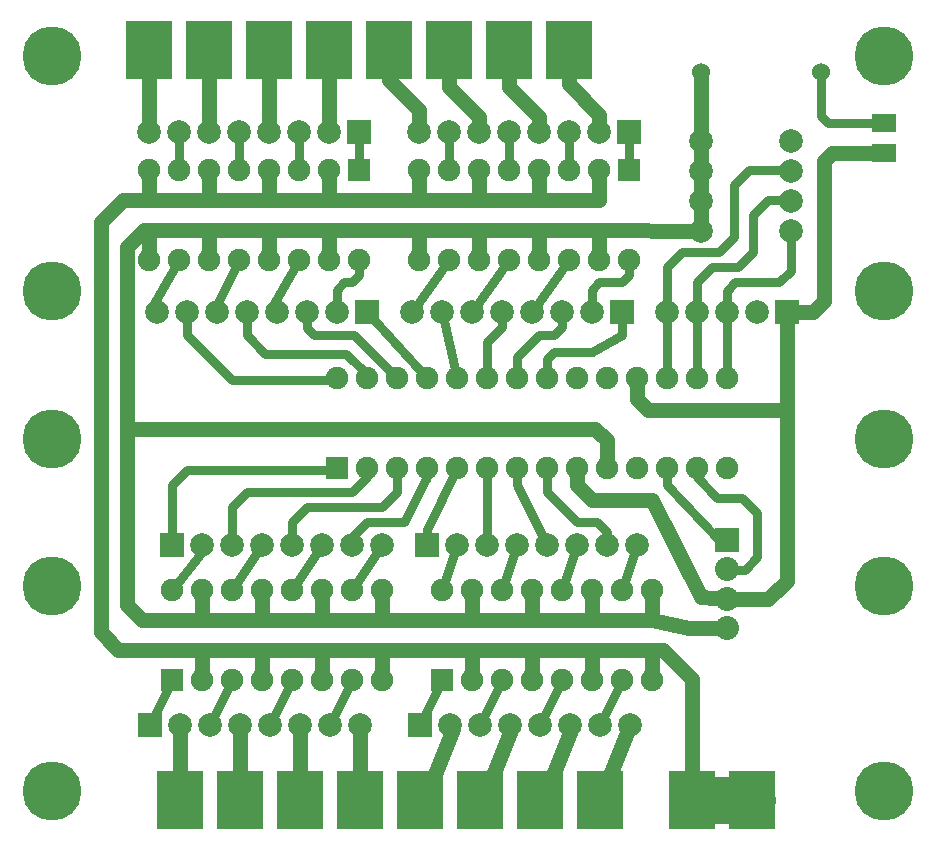
<source format=gbr>
G04 EasyPC Gerber Version 20.0.2 Build 4112 *
G04 #@! TF.Part,Single*
G04 #@! TF.FileFunction,Copper,L1,Bot *
%FSLAX35Y35*%
%MOIN*%
G04 #@! TA.AperFunction,SMDPad*
%ADD113R,0.15748X0.19685*%
G04 #@! TA.AperFunction,ComponentPad*
%ADD131R,0.07500X0.07500*%
%ADD108R,0.07874X0.07874*%
%ADD105R,0.08000X0.08000*%
G04 #@! TD.AperFunction*
%ADD133C,0.03150*%
%ADD20C,0.05000*%
%ADD22C,0.06000*%
G04 #@! TA.AperFunction,ComponentPad*
%ADD132C,0.07500*%
%ADD107C,0.07874*%
%ADD106C,0.08000*%
G04 #@! TD.AperFunction*
%ADD115C,0.15748*%
G04 #@! TA.AperFunction,SMDPad*
%ADD114R,0.08000X0.06000*%
G04 #@! TA.AperFunction,WasherPad*
%ADD130C,0.19685*%
X0Y0D02*
D02*
D20*
X45250Y139118D02*
Y80329D01*
X50211Y75368*
X70250*
X45250Y155368D02*
Y139118D01*
Y157868D02*
Y155368D01*
X52750Y195368D02*
Y205368D01*
X50939*
X45250Y199679*
Y155368*
X52750Y205368D02*
X72750D01*
X52750Y215368D02*
X43921D01*
X36500Y207947*
Y71215*
X42346Y65368*
X70250*
X52750Y215368D02*
X72750D01*
X52750Y225368D02*
Y215368D01*
Y238124D02*
Y265407D01*
X62809Y40368D02*
Y15368D01*
X70250Y55368D02*
Y65368D01*
X90250*
X70250Y75368D02*
X90250D01*
X70250Y85368D02*
Y75368D01*
X72750Y195368D02*
Y205368D01*
X92750*
X72750Y215368D02*
X92750D01*
X72750Y225368D02*
Y215368D01*
Y238124D02*
Y265407D01*
X82809Y40368D02*
Y15368D01*
X90250Y65368D02*
Y55368D01*
Y65368D02*
X110250D01*
X90250Y75368D02*
X110250D01*
X90250Y85368D02*
Y75368D01*
X92750Y195368D02*
Y205368D01*
X110250*
X92750Y215368D02*
X112750D01*
X92750Y225368D02*
Y215368D01*
Y238124D02*
Y265407D01*
X102809Y40368D02*
Y15368D01*
X110250Y65368D02*
Y55368D01*
Y65368D02*
X130250D01*
X110250Y75368D02*
X130250D01*
X110250Y85368D02*
Y75368D01*
Y205368D02*
X140250D01*
X112750Y195368D02*
Y205368D01*
X110250*
X112750Y215368D02*
X140250D01*
X112750Y225368D02*
Y215368D01*
Y238124D02*
Y265407D01*
X122809Y40368D02*
Y15368D01*
X130250Y65368D02*
Y55368D01*
Y65368D02*
X160250D01*
X130250Y75368D02*
X160250D01*
X130250Y85368D02*
Y75368D01*
X132750Y265407D02*
Y255368D01*
X142750Y245368*
Y237888*
X140250Y205368D02*
X162750D01*
X140250Y215368D02*
X162750D01*
X142750Y195368D02*
Y205368D01*
X140250*
X142750Y225368D02*
Y215368D01*
X140250*
X152809Y40368D02*
X154000D01*
Y39118*
X144000Y14118*
X142809*
Y15368*
X160250Y65368D02*
Y55368D01*
Y65368D02*
X180250D01*
X160250Y75368D02*
X180250D01*
X160250Y85368D02*
Y75368D01*
X162750Y195368D02*
Y205368D01*
X182750*
X162750Y215368D02*
X182750D01*
X162750Y225368D02*
Y215368D01*
Y237888D02*
Y242868D01*
X152750Y252868*
Y265407*
X172809Y40368D02*
X174000D01*
X164000Y15368*
X162809*
X180250Y65368D02*
Y55368D01*
Y65368D02*
X200250D01*
X180250Y75368D02*
X200250D01*
X180250Y85368D02*
Y75368D01*
X182750Y205368D02*
Y195368D01*
Y205368D02*
X202750D01*
X182750Y215368D02*
X202750D01*
Y225368*
X182750D02*
Y215368D01*
Y237888D02*
Y242868D01*
X172750Y252868*
Y265407*
X192809Y40368D02*
X194000D01*
X184000Y15368*
X182809*
X195250Y126068D02*
Y120368D01*
X200250Y115368*
X220250*
X236500Y82868*
X245250Y82376*
X200250Y65368D02*
Y55368D01*
Y65368D02*
X220250D01*
Y55368*
X200250Y75368D02*
X220250D01*
X200250Y85368D02*
Y75368D01*
X202750Y205368D02*
X236500Y205152D01*
X202750Y205368D02*
Y195368D01*
Y237888D02*
Y243762D01*
X197750Y248762*
Y249118*
X192750Y254118*
Y265407*
X205250Y126068D02*
Y135201D01*
X201333Y139118*
X45250*
X212809Y40368D02*
X202809Y15368D01*
X215250Y156068D02*
Y149118D01*
X219000Y145368*
X265250*
X220250Y75368D02*
Y85368D01*
X233754Y15250D02*
Y55614D01*
X224000Y65368*
X220250*
Y55368*
X236500Y205152D02*
Y215152D01*
Y225152*
Y235152*
Y257868D02*
Y235152D01*
X245250Y72533D02*
X232750D01*
X220250Y75368*
X265250Y145368D02*
Y88360D01*
X259108Y82219*
X245250*
Y82376*
X265250Y177868D02*
Y145368D01*
X297700Y230947D02*
X280250D01*
X277750Y228447*
Y181618*
X274000Y177868*
X265250*
D02*
D22*
X236500Y257868D03*
X276500D03*
D02*
D105*
X245250Y102061D03*
D02*
D106*
Y72533D03*
Y82376D03*
Y92219D03*
D02*
D107*
X52750Y238124D03*
X55250Y177868D03*
X62750Y238124D03*
X62809Y40368D03*
X65250Y177868D03*
X70250Y100368D03*
X72750Y238124D03*
X72809Y40368D03*
X75250Y177868D03*
X80250Y100368D03*
X82750Y238124D03*
X82809Y40368D03*
X85250Y177868D03*
X90250Y100368D03*
X92750Y238124D03*
X92809Y40368D03*
X95250Y177868D03*
X100250Y100368D03*
X102750Y238124D03*
X102809Y40368D03*
X105250Y177868D03*
X110250Y100368D03*
X112750Y238124D03*
X112809Y40368D03*
X115250Y177868D03*
X120250Y100368D03*
X122809Y40368D03*
X130250Y100368D03*
X140250Y177868D03*
X142750Y237888D03*
X150250Y177868D03*
X152750Y237888D03*
X152809Y40368D03*
X155250Y100368D03*
X160250Y177868D03*
X162750Y237888D03*
X162809Y40368D03*
X165250Y100368D03*
X170250Y177868D03*
X172750Y237888D03*
X172809Y40368D03*
X175250Y100368D03*
X180250Y177868D03*
X182750Y237888D03*
X182809Y40368D03*
X185250Y100368D03*
X190250Y177868D03*
X192750Y237888D03*
X192809Y40368D03*
X195250Y100368D03*
X200250Y177868D03*
X202750Y237888D03*
X202809Y40368D03*
X205250Y100368D03*
X212809Y40368D03*
X215250Y100368D03*
X225250Y177868D03*
X235250D03*
X236500Y205152D03*
Y215152D03*
Y225152D03*
Y235152D03*
X245250Y177868D03*
X255250D03*
X266500Y205152D03*
Y215152D03*
Y225152D03*
Y235152D03*
D02*
D108*
X52809Y40368D03*
X60250Y100368D03*
X122750Y238124D03*
X125250Y177868D03*
X142809Y40368D03*
X145250Y100368D03*
X210250Y177868D03*
X212750Y237888D03*
X265250Y177868D03*
D02*
D113*
X52750Y265407D03*
X62809Y15368D03*
X72750Y265407D03*
X82809Y15368D03*
X92750Y265407D03*
X102809Y15368D03*
X112750Y265407D03*
X122809Y15368D03*
X132750Y265407D03*
X142809Y15368D03*
X152750Y265407D03*
X162809Y15368D03*
X172750Y265407D03*
X182809Y15368D03*
X192750Y265407D03*
X202809Y15368D03*
X233754Y15250D03*
X253596D03*
D02*
D114*
X297700Y230947D03*
Y240947D03*
D02*
D115*
X233754Y15250D02*
X253596D01*
D02*
D130*
X20250Y18236D03*
Y86569D03*
Y135781D03*
Y184994D03*
Y263236D03*
X297750Y18236D03*
Y86569D03*
Y135781D03*
Y184994D03*
Y263236D03*
D02*
D131*
X60250Y55368D03*
X115250Y126068D03*
X122750Y225368D03*
X150250Y55368D03*
X212750Y225368D03*
D02*
D132*
X52750Y195368D03*
Y225368D03*
X60250Y85368D03*
X62750Y195368D03*
Y225368D03*
X70250Y55368D03*
Y85368D03*
X72750Y195368D03*
Y225368D03*
X80250Y55368D03*
Y85368D03*
X82750Y195368D03*
Y225368D03*
X90250Y55368D03*
Y85368D03*
X92750Y195368D03*
Y225368D03*
X100250Y55368D03*
Y85368D03*
X102750Y195368D03*
Y225368D03*
X110250Y55368D03*
Y85368D03*
X112750Y195368D03*
Y225368D03*
X115250Y156068D03*
X120250Y55368D03*
Y85368D03*
X122750Y195368D03*
X125250Y126068D03*
Y156068D03*
X130250Y55368D03*
Y85368D03*
X135250Y126068D03*
Y156068D03*
X142750Y195368D03*
Y225368D03*
X145250Y126068D03*
Y156068D03*
X150250Y85368D03*
X152750Y195368D03*
Y225368D03*
X155250Y126068D03*
Y156068D03*
X160250Y55368D03*
Y85368D03*
X162750Y195368D03*
Y225368D03*
X165250Y126068D03*
Y156068D03*
X170250Y55368D03*
Y85368D03*
X172750Y195368D03*
Y225368D03*
X175250Y126068D03*
Y156068D03*
X180250Y55368D03*
Y85368D03*
X182750Y195368D03*
Y225368D03*
X185250Y126068D03*
Y156068D03*
X190250Y55368D03*
Y85368D03*
X192750Y195368D03*
Y225368D03*
X195250Y126068D03*
Y156068D03*
X200250Y55368D03*
Y85368D03*
X202750Y195368D03*
Y225368D03*
X205250Y126068D03*
Y156068D03*
X210250Y55368D03*
Y85368D03*
X212750Y195368D03*
X215250Y126068D03*
Y156068D03*
X220250Y55368D03*
Y85368D03*
X225250Y126068D03*
Y156068D03*
X235250Y126068D03*
Y156068D03*
X245250Y126068D03*
Y156068D03*
D02*
D133*
X55250Y177868D02*
X52750D01*
X62750Y195368*
X60250Y55368D02*
X52809Y40368D01*
X62750Y238124D02*
Y225368D01*
X65250Y177868D02*
Y170368D01*
X80250Y155368*
X115250*
Y156068*
X70250Y100368D02*
Y97868D01*
X60250Y85368*
X75250Y177868D02*
Y180368D01*
X82750Y195368*
X80250Y55368D02*
X72809Y40368D01*
X80250Y100368D02*
Y112868D01*
X85250Y117868*
X120250*
X125250Y122868*
Y126068*
X82750Y238124D02*
Y225368D01*
X90250Y100368D02*
X80250Y85368D01*
X95250Y177868D02*
X92750D01*
X102750Y195368*
X100250Y55368D02*
X92809Y40368D01*
X100250Y100368D02*
Y107868D01*
X105250Y112868*
X130250*
X135250Y117868*
Y126068*
X102750Y238124D02*
Y225368D01*
X110250Y100368D02*
X100250Y85368D01*
X115250Y126068D02*
Y125368D01*
X65250*
X60250Y120368*
Y100368*
X115250Y177868D02*
Y185368D01*
X117750Y187868*
X120250*
X122750Y190368*
Y195368*
X120250Y55368D02*
X112809Y40368D01*
X120250Y100368D02*
Y102868D01*
X125250Y107868*
X137750*
X145250Y122868*
Y126068*
X122750Y238124D02*
Y225368D01*
X125250Y156068D02*
Y157228D01*
X118381Y164096*
X91338*
X85250Y170184*
Y177868*
X125250D02*
X145250Y156068D01*
X130250Y100368D02*
X120250Y85368D01*
X135250Y156068D02*
X120950Y170368D01*
X107566*
X105250Y172684*
Y177868*
X150250Y55368D02*
X142809Y40368D01*
X150250Y177868D02*
X155250Y156068D01*
X152750Y195368D02*
X140250Y177868D01*
X152750Y237888D02*
Y225368D01*
X155250Y100368D02*
X150250Y85368D01*
X155250Y126068D02*
X145250Y105368D01*
Y100368*
X165250Y126068D02*
Y100368D01*
X170250Y55368D02*
X162809Y40368D01*
X170250Y177868D02*
Y172868D01*
X165250Y167868*
Y156068*
X172750Y195368D02*
X160250Y177868D01*
X172750Y237888D02*
Y225368D01*
X175250Y100368D02*
X170250Y85368D01*
X175250Y126068D02*
Y120368D01*
X185250Y100368*
X190250Y55368D02*
X182809Y40368D01*
X190250Y177868D02*
Y172868D01*
X187750Y170368*
X182750*
X175250Y162868*
Y156068*
X192750Y195368D02*
X180250Y177868D01*
X192750Y237888D02*
Y225368D01*
X195250Y100368D02*
X190250Y85368D01*
X205250Y100368D02*
Y104618D01*
X202000Y107868*
X195250*
X185250Y117868*
Y126068*
X210250Y55368D02*
X202809Y40368D01*
X210250Y177868D02*
Y170368D01*
X200250Y164721*
X187750*
X185250Y162221*
Y156068*
X212750Y195368D02*
Y190368D01*
X210250Y187868*
X202750*
X200250Y185368*
Y177868*
X212750Y237888D02*
Y225368D01*
X215250Y100368D02*
X210250Y85368D01*
X225250Y126068D02*
Y120368D01*
X242512Y101856*
Y102061*
X245250*
X225250Y177868D02*
Y156068D01*
X235250Y126068D02*
Y122868D01*
X242132Y115986*
X250213*
X255250Y110950*
Y96217*
X251173Y92140*
X245250*
Y92219*
X235250Y177868D02*
Y187868D01*
X240250Y192868*
X249000*
X254000Y197868*
Y210368*
X259000Y215368*
X266500*
Y215152*
X235250Y177868D02*
Y156068D01*
X245250Y177868D02*
Y185002D01*
X248116Y187868*
X262750*
X266500Y191618*
Y205152*
X245250Y177868D02*
Y156068D01*
X266500Y225152D02*
Y225368D01*
X252750*
X247750Y220368*
Y202868*
X242750Y197868*
X230250*
X225250Y192868*
Y177868*
X276500Y257868D02*
Y243447D01*
X279000Y240947*
X297700*
X0Y0D02*
M02*

</source>
